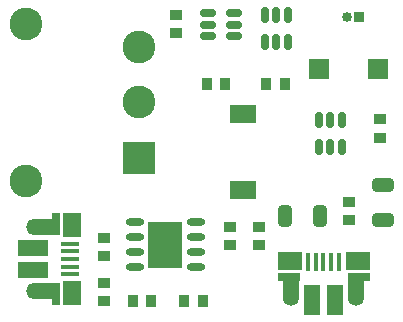
<source format=gts>
%TF.GenerationSoftware,KiCad,Pcbnew,(6.0.7)*%
%TF.CreationDate,2022-10-02T22:30:45-04:00*%
%TF.ProjectId,LiPo_Charger_1,4c69506f-5f43-4686-9172-6765725f312e,rev?*%
%TF.SameCoordinates,Original*%
%TF.FileFunction,Soldermask,Top*%
%TF.FilePolarity,Negative*%
%FSLAX46Y46*%
G04 Gerber Fmt 4.6, Leading zero omitted, Abs format (unit mm)*
G04 Created by KiCad (PCBNEW (6.0.7)) date 2022-10-02 22:30:45*
%MOMM*%
%LPD*%
G01*
G04 APERTURE LIST*
G04 Aperture macros list*
%AMRoundRect*
0 Rectangle with rounded corners*
0 $1 Rounding radius*
0 $2 $3 $4 $5 $6 $7 $8 $9 X,Y pos of 4 corners*
0 Add a 4 corners polygon primitive as box body*
4,1,4,$2,$3,$4,$5,$6,$7,$8,$9,$2,$3,0*
0 Add four circle primitives for the rounded corners*
1,1,$1+$1,$2,$3*
1,1,$1+$1,$4,$5*
1,1,$1+$1,$6,$7*
1,1,$1+$1,$8,$9*
0 Add four rect primitives between the rounded corners*
20,1,$1+$1,$2,$3,$4,$5,0*
20,1,$1+$1,$4,$5,$6,$7,0*
20,1,$1+$1,$6,$7,$8,$9,0*
20,1,$1+$1,$8,$9,$2,$3,0*%
G04 Aperture macros list end*
%ADD10RoundRect,0.250000X0.650000X-0.325000X0.650000X0.325000X-0.650000X0.325000X-0.650000X-0.325000X0*%
%ADD11R,0.930000X0.980000*%
%ADD12R,1.650000X0.400000*%
%ADD13R,1.500000X2.000000*%
%ADD14R,2.000000X1.350000*%
%ADD15R,2.500000X1.430000*%
%ADD16O,1.500000X1.100000*%
%ADD17O,1.700000X1.350000*%
%ADD18R,0.700000X1.825000*%
%ADD19R,0.980000X0.930000*%
%ADD20R,2.200000X1.600000*%
%ADD21RoundRect,0.150000X0.150000X-0.512500X0.150000X0.512500X-0.150000X0.512500X-0.150000X-0.512500X0*%
%ADD22R,1.800000X1.700000*%
%ADD23RoundRect,0.150000X0.512500X0.150000X-0.512500X0.150000X-0.512500X-0.150000X0.512500X-0.150000X0*%
%ADD24R,2.775000X2.775000*%
%ADD25C,2.775000*%
%ADD26RoundRect,0.150000X-0.150000X0.512500X-0.150000X-0.512500X0.150000X-0.512500X0.150000X0.512500X0*%
%ADD27R,2.900000X4.000000*%
%ADD28O,1.600000X0.600000*%
%ADD29RoundRect,0.250000X-0.325000X-0.650000X0.325000X-0.650000X0.325000X0.650000X-0.325000X0.650000X0*%
%ADD30R,0.400000X1.650000*%
%ADD31O,1.350000X1.700000*%
%ADD32O,1.100000X1.500000*%
%ADD33R,2.000000X1.500000*%
%ADD34R,1.350000X2.000000*%
%ADD35R,1.430000X2.500000*%
%ADD36R,1.825000X0.700000*%
%ADD37R,0.850000X0.850000*%
%ADD38O,0.850000X0.850000*%
G04 APERTURE END LIST*
D10*
%TO.C,C4*%
X175800000Y-73775000D03*
X175800000Y-70825000D03*
%TD*%
D11*
%TO.C,R7*%
X159000000Y-80575000D03*
X160540000Y-80575000D03*
%TD*%
D12*
%TO.C,J1*%
X149350000Y-75740000D03*
X149350000Y-76390000D03*
X149350000Y-77040000D03*
X149350000Y-77690000D03*
X149350000Y-78340000D03*
D13*
X149470000Y-79940000D03*
D14*
X147400000Y-79790000D03*
D15*
X146200000Y-76080000D03*
D13*
X149450000Y-74190000D03*
D16*
X149470000Y-79460000D03*
D17*
X146470000Y-74310000D03*
D14*
X147400000Y-74310000D03*
D18*
X148150000Y-80040000D03*
D16*
X149470000Y-74620000D03*
D17*
X146470000Y-79770000D03*
D18*
X148150000Y-74090000D03*
D15*
X146200000Y-78000000D03*
%TD*%
D19*
%TO.C,R2*%
X158300000Y-56390000D03*
X158300000Y-57930000D03*
%TD*%
D20*
%TO.C,L1*%
X164005000Y-71200000D03*
X164005000Y-64800000D03*
%TD*%
D21*
%TO.C,Q1*%
X165850000Y-58687500D03*
X166800000Y-58687500D03*
X167750000Y-58687500D03*
X167750000Y-56412500D03*
X166800000Y-56412500D03*
X165850000Y-56412500D03*
%TD*%
D19*
%TO.C,R4*%
X172900000Y-73740000D03*
X172900000Y-72200000D03*
%TD*%
D22*
%TO.C,D1*%
X170373750Y-61000000D03*
X175426250Y-61000000D03*
%TD*%
D23*
%TO.C,IC1*%
X163237500Y-58150000D03*
X163237500Y-57200000D03*
X163237500Y-56250000D03*
X160962500Y-56250000D03*
X160962500Y-57200000D03*
X160962500Y-58150000D03*
%TD*%
D24*
%TO.C,SW1*%
X155122500Y-68500000D03*
D25*
X155122500Y-63800000D03*
X155122500Y-59100000D03*
X145592500Y-70405000D03*
X145592500Y-57195000D03*
%TD*%
D19*
%TO.C,R5*%
X175600000Y-66770000D03*
X175600000Y-65230000D03*
%TD*%
D26*
%TO.C,U2*%
X172306426Y-65282500D03*
X171356426Y-65282500D03*
X170406426Y-65282500D03*
X170406426Y-67557500D03*
X171356426Y-67557500D03*
X172306426Y-67557500D03*
%TD*%
D11*
%TO.C,C1*%
X160890000Y-62200000D03*
X162430000Y-62200000D03*
%TD*%
D27*
%TO.C,U1*%
X157400000Y-75830000D03*
D28*
X154800000Y-73925000D03*
X154800000Y-75195000D03*
X154800000Y-76465000D03*
X154800000Y-77735000D03*
X160000000Y-77735000D03*
X160000000Y-76465000D03*
X160000000Y-75195000D03*
X160000000Y-73925000D03*
%TD*%
D19*
%TO.C,D2*%
X162900000Y-75901600D03*
X162900000Y-74361600D03*
%TD*%
D11*
%TO.C,R1*%
X167480000Y-62200000D03*
X165940000Y-62200000D03*
%TD*%
D19*
%TO.C,R3*%
X152200000Y-76815000D03*
X152200000Y-75275000D03*
%TD*%
D29*
%TO.C,C3*%
X167525000Y-73400000D03*
X170475000Y-73400000D03*
%TD*%
D11*
%TO.C,R6*%
X154660000Y-80575000D03*
X156200000Y-80575000D03*
%TD*%
D30*
%TO.C,J3*%
X169475000Y-77335000D03*
X170125000Y-77335000D03*
X170775000Y-77335000D03*
X171425000Y-77335000D03*
X172075000Y-77335000D03*
D31*
X173505000Y-80215000D03*
D32*
X173195000Y-77215000D03*
D31*
X168045000Y-80215000D03*
D33*
X173675000Y-77215000D03*
D34*
X173525000Y-79285000D03*
D35*
X171735000Y-80485000D03*
D34*
X168045000Y-79285000D03*
D33*
X167925000Y-77235000D03*
D36*
X167825000Y-78535000D03*
D35*
X169815000Y-80485000D03*
D32*
X168355000Y-77215000D03*
D36*
X173775000Y-78535000D03*
%TD*%
D19*
%TO.C,D3*%
X165300000Y-75901600D03*
X165300000Y-74361600D03*
%TD*%
D37*
%TO.C,J2*%
X173800000Y-56600000D03*
D38*
X172800000Y-56600000D03*
%TD*%
D19*
%TO.C,C2*%
X152200000Y-79060000D03*
X152200000Y-80600000D03*
%TD*%
M02*

</source>
